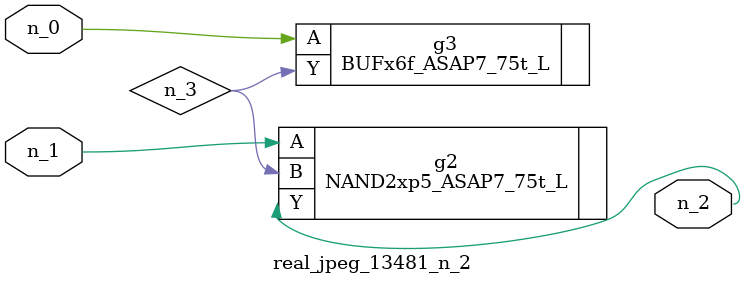
<source format=v>
module real_jpeg_13481_n_2 (n_1, n_0, n_2);

input n_1;
input n_0;

output n_2;

wire n_3;

BUFx6f_ASAP7_75t_L g3 ( 
.A(n_0),
.Y(n_3)
);

NAND2xp5_ASAP7_75t_L g2 ( 
.A(n_1),
.B(n_3),
.Y(n_2)
);


endmodule
</source>
